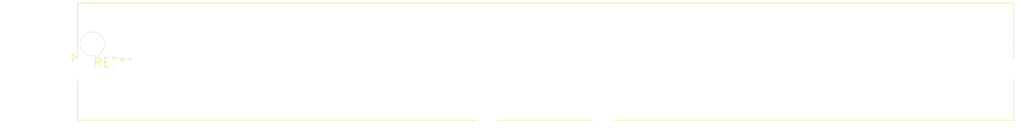
<source format=kicad_pcb>
(kicad_pcb (version 20240108) (generator pcbnew)
  (layers (0 "F.Cu" signal) (31 "B.Cu" signal) (34 "B.Paste" user) (35 "F.Paste" user) (36 "B.SilkS" user "B.Silkscreen") (37 "F.SilkS" user "F.Silkscreen") (38 "B.Mask" user) (39 "F.Mask" user) (44 "Edge.Cuts" user))
  (net 0 "")
  (footprint "RJ45_Amphenol_RJHSE5380-08" (layer "F.Cu") (at 0 0)
    (property "Reference" "REF**")
    (property "Value" "RJ45_Amphenol_RJHSE5380-08")
    (fp_line (start -5.5 -1.2) (end -5 -0.7) (layer "F.SilkS") (stroke (width 0.12)))
    (fp_line (start -5.5 -0.2) (end -5.5 -1.2) (layer "F.SilkS") (stroke (width 0.12)))
    (fp_line (start -5 -0.7) (end -5.5 -0.2) (layer "F.SilkS") (stroke (width 0.12)))
    (fp_line (start -4.809 -8.111) (end -4.809 -0.5) (layer "F.SilkS") (stroke (width 0.12)))
    (fp_line (start -4.809 7.857) (end 49.4 7.857) (layer "F.SilkS") (stroke (width 0.12)))
    (fp_line (start -4.809 7.86) (end -4.809 2.3) (layer "F.SilkS") (stroke (width 0.12)))
    (fp_line (start -4.805 -8.111) (end 122.157 -8.111) (layer "F.SilkS") (stroke (width 0.12)))
    (fp_line (start 52.2 7.857) (end 65.15 7.857) (layer "F.SilkS") (stroke (width 0.12)))
    (fp_line (start 67.95 7.857) (end 122.157 7.857) (layer "F.SilkS") (stroke (width 0.12)))
    (fp_line (start 122.157 -8.111) (end 122.157 -0.5) (layer "F.SilkS") (stroke (width 0.12)))
    (fp_line (start 122.157 7.857) (end 122.157 2.3) (layer "F.SilkS") (stroke (width 0.12)))
    (pad "" np_thru_hole circle (at -2.794 -2.54) (size 3.2512 3.2512) (drill 3.250001) (layers *.Cu *.Mask))
    (pad "" np_thru_hole circle (at 58.674 -2.54) (size 3.2512 3.2512) (drill 3.2512) (layers *.Cu *.Mask))
    (pad "" np_thru_hole circle (at 120.142 -2.54) (size 3.2512 3.2512) (drill 3.2512) (layers *.Cu *.Mask))
    (pad "1" thru_hole rect (at 0 0) (size 1.4986 1.4986) (drill 0.889) (layers *.Cu *.Mask) (remove_unused_layers))
    (pad "2" thru_hole circle (at 1.016 1.778) (size 1.4986 1.4986) (drill 0.889) (layers *.Cu *.Mask) (remove_unused_layers))
    (pad "3" thru_hole circle (at 2.032 0) (size 1.4986 1.4986) (drill 0.889) (layers *.Cu *.Mask) (remove_unused_layers))
    (pad "4" thru_hole circle (at 3.048 1.778) (size 1.4986 1.4986) (drill 0.889) (layers *.Cu *.Mask) (remove_unused_layers))
    (pad "5" thru_hole circle (at 4.064 0) (size 1.4986 1.4986) (drill 0.889) (layers *.Cu *.Mask) (remove_unused_layers))
    (pad "6" thru_hole circle (at 5.08 1.778) (size 1.4986 1.4986) (drill 0.889) (layers *.Cu *.Mask) (remove_unused_layers))
    (pad "7" thru_hole circle (at 6.096 0) (size 1.4986 1.4986) (drill 0.889) (layers *.Cu *.Mask) (remove_unused_layers))
    (pad "8" thru_hole circle (at 7.112 1.778) (size 1.4986 1.4986) (drill 0.889) (layers *.Cu *.Mask) (remove_unused_layers))
    (pad "9" thru_hole circle (at 15.748 0) (size 1.4986 1.4986) (drill 0.889) (layers *.Cu *.Mask) (remove_unused_layers))
    (pad "10" thru_hole circle (at 16.764 1.778) (size 1.4986 1.4986) (drill 0.889) (layers *.Cu *.Mask) (remove_unused_layers))
    (pad "11" thru_hole circle (at 17.78 0) (size 1.4986 1.4986) (drill 0.889) (layers *.Cu *.Mask) (remove_unused_layers))
    (pad "12" thru_hole circle (at 18.796 1.778) (size 1.4986 1.4986) (drill 0.889) (layers *.Cu *.Mask) (remove_unused_layers))
    (pad "13" thru_hole circle (at 19.812 0) (size 1.4986 1.4986) (drill 0.889) (layers *.Cu *.Mask) (remove_unused_layers))
    (pad "14" thru_hole circle (at 20.828 1.778) (size 1.4986 1.4986) (drill 0.889) (layers *.Cu *.Mask) (remove_unused_layers))
    (pad "15" thru_hole circle (at 21.844 0) (size 1.4986 1.4986) (drill 0.889) (layers *.Cu *.Mask) (remove_unused_layers))
    (pad "16" thru_hole circle (at 22.86 1.778) (size 1.4986 1.4986) (drill 0.889) (layers *.Cu *.Mask) (remove_unused_layers))
    (pad "17" thru_hole circle (at 31.496 0) (size 1.4986 1.4986) (drill 0.889) (layers *.Cu *.Mask) (remove_unused_layers))
    (pad "18" thru_hole circle (at 32.512 1.778) (size 1.4986 1.4986) (drill 0.889) (layers *.Cu *.Mask) (remove_unused_layers))
    (pad "19" thru_hole circle (at 33.528 0) (size 1.4986 1.4986) (drill 0.889) (layers *.Cu *.Mask) (remove_unused_layers))
    (pad "20" thru_hole circle (at 34.544 1.778) (size 1.4986 1.4986) (drill 0.889) (layers *.Cu *.Mask) (remove_unused_layers))
    (pad "21" thru_hole circle (at 35.56 0) (size 1.4986 1.4986) (drill 0.889) (layers *.Cu *.Mask) (remove_unused_layers))
    (pad "22" thru_hole circle (at 36.576 1.778) (size 1.4986 1.4986) (drill 0.889) (layers *.Cu *.Mask) (remove_unused_layers))
    (pad "23" thru_hole circle (at 37.592 0) (size 1.4986 1.4986) (drill 0.889) (layers *.Cu *.Mask) (remove_unused_layers))
    (pad "24" thru_hole circle (at 38.608 1.778) (size 1.4986 1.4986) (drill 0.889) (layers *.Cu *.Mask) (remove_unused_layers))
    (pad "25" thru_hole circle (at 47.244 0) (size 1.4986 1.4986) (drill 0.889) (layers *.Cu *.Mask) (remove_unused_layers))
    (pad "26" thru_hole circle (at 48.26 1.778) (size 1.4986 1.4986) (drill 0.889) (layers *.Cu *.Mask) (remove_unused_layers))
    (pad "27" thru_hole circle (at 49.276 0) (size 1.4986 1.4986) (drill 0.889) (layers *.Cu *.Mask) (remove_unused_layers))
    (pad "28" thru_hole circle (at 50.292 1.778) (size 1.4986 1.4986) (drill 0.889) (layers *.Cu *.Mask) (remove_unused_layers))
    (pad "29" thru_hole circle (at 51.308 0) (size 1.4986 1.4986) (drill 0.889) (layers *.Cu *.Mask) (remove_unused_layers))
    (pad "30" thru_hole circle (at 52.324 1.778) (size 1.4986 1.4986) (drill 0.889) (layers *.Cu *.Mask) (remove_unused_layers))
    (pad "31" thru_hole circle (at 53.34 0) (size 1.4986 1.4986) (drill 0.889) (layers *.Cu *.Mask) (remove_unused_layers))
    (pad "32" thru_hole circle (at 54.356 1.778) (size 1.4986 1.4986) (drill 0.889) (layers *.Cu *.Mask) (remove_unused_layers))
    (pad "33" thru_hole circle (at 62.992 0) (size 1.4986 1.4986) (drill 0.889) (layers *.Cu *.Mask) (remove_unused_layers))
    (pad "34" thru_hole circle (at 64.008 1.778) (size 1.4986 1.4986) (drill 0.889) (layers *.Cu *.Mask) (remove_unused_layers))
    (pad "35" thru_hole circle (at 65.024 0) (size 1.4986 1.4986) (drill 0.889) (layers *.Cu *.Mask) (remove_unused_layers))
    (pad "36" thru_hole circle (at 66.04 1.778) (size 1.4986 1.4986) (drill 0.889) (layers *.Cu *.Mask) (remove_unused_layers))
    (pad "37" thru_hole circle (at 67.056 0) (size 1.4986 1.4986) (drill 0.889) (layers *.Cu *.Mask) (remove_unused_layers))
    (pad "38" thru_hole circle (at 68.072 1.778) (size 1.4986 1.4986) (drill 0.889) (layers *.Cu *.Mask) (remove_unused_layers))
    (pad "39" thru_hole circle (at 69.088 0) (size 1.4986 1.4986) (drill 0.889) (layers *.Cu *.Mask) (remove_unused_layers))
    (pad "40" thru_hole circle (at 70.104 1.778) (size 1.4986 1.4986) (drill 0.889) (layers *.Cu *.Mask) (remove_unused_layers))
    (pad "41" thru_hole circle (at 78.74 0) (size 1.4986 1.4986) (drill 0.889) (layers *.Cu *.Mask) (remove_unused_layers))
    (pad "42" thru_hole circle (at 79.756 1.778) (size 1.4986 1.4986) (drill 0.889) (layers *.Cu *.Mask) (remove_unused_layers))
    (pad "43" thru_hole circle (at 80.772 0) (size 1.4986 1.4986) (drill 0.889) (layers *.Cu *.Mask) (remove_unused_layers))
    (pad "44" thru_hole circle (at 81.788 1.778) (size 1.4986 1.4986) (drill 0.889) (layers *.Cu *.Mask) (remove_unused_layers))
    (pad "45" thru_hole circle (at 82.804 0) (size 1.4986 1.4986) (drill 0.889) (layers *.Cu *.Mask) (remove_unused_layers))
    (pad "46" thru_hole circle (at 83.82 1.778) (size 1.4986 1.4986) (drill 0.889) (layers *.Cu *.Mask) (remove_unused_layers))
    (pad "47" thru_hole circle (at 84.836 0) (size 1.4986 1.4986) (drill 0.889) (layers *.Cu *.Mask) (remove_unused_layers))
    (pad "48" thru_hole circle (at 85.852 1.778) (size 1.4986 1.4986) (drill 0.889) (layers *.Cu *.Mask) (remove_unused_layers))
    (pad "49" thru_hole circle (at 94.488 0) (size 1.4986 1.4986) (drill 0.889) (layers *.Cu *.Mask) (remove_unused_layers))
    (pad "50" thru_hole circle (at 95.504 1.778) (size 1.4986 1.4986) (drill 0.889) (layers *.Cu *.Mask) (remove_unused_layers))
    (pad "51" thru_hole circle (at 96.52 0) (size 1.4986 1.4986) (drill 0.889) (layers *.Cu *.Mask) (remove_unused_layers))
    (pad "52" thru_hole circle (at 97.536 1.778) (size 1.4986 1.4986) (drill 0.889) (layers *.Cu *.Mask) (remove_unused_layers))
    (pad "53" thru_hole circle (at 98.552 0) (size 1.4986 1.4986) (drill 0.889) (layers *.Cu *.Mask) (remove_unused_layers))
    (pad "54" thru_hole circle (at 99.568 1.778) (size 1.4986 1.4986) (drill 0.889) (layers *.Cu *.Mask) (remove_unused_layers))
    (pad "55" thru_hole circle (at 100.584 0) (size 1.4986 1.4986) (drill 0.889) (layers *.Cu *.Mask) (remove_unused_layers))
    (pad "56" thru_hole circle (at 101.6 1.778) (size 1.4986 1.4986) (drill 0.889) (layers *.Cu *.Mask) (remove_unused_layers))
    (pad "57" thru_hole circle (at 110.236 0) (size 1.4986 1.4986) (drill 0.889) (layers *.Cu *.Mask) (remove_unused_layers))
    (pad "58" thru_hole circle (at 111.252 1.778) (size 1.4986 1.4986) (drill 0.889) (layers *.Cu *.Mask) (remove_unused_layers))
    (pad "59" thru_hole circle (at 112.268 0) (size 1.4986 1.4986) (drill 0.889) (layers *.Cu *.Mask) (remove_unused_layers))
    (pad "60" thru_hole circle (at 113.284 1.778) (size 1.4986 1.4986) (drill 0.889) (layers *.Cu *.Mask) (remove_unused_layers))
    (pad "61" thru_hole circle (at 114.3 0) (size 1.4986 1.4986) (drill 0.889) (layers *.Cu *.Mask) (remove_unused_layers))
    (pad "62" thru_hole circle (at 115.316 1.778) (size 1.4986 1.4986) (drill 0.89) (layers *.Cu *.Mask) (remove_unused_layers))
    (pad "63" thru_hole circle (at 116.332 0) (size 1.4986 1.4986) (drill 0.889) (layers *.Cu *.Mask) (remove_unused_layers))
    (pad "64" thru_hole circle (at 117.348 1.778) (size 1.4986 1.4986) (drill 0.889) (layers *.Cu *.Mask) (remove_unused_layers))
    (pad "SH" thru_hole circle (at -4.572 0.889) (size 2.286 2.286) (drill 1.5748) (layers *.Cu *.Mask) (remove_unused_layers))
    (pad "SH" thru_hole circle (at 50.8 7.62) (size 2.286 2.286) (drill 1.5748) (layers *.Cu *.Mask) (remove_unused_layers))
    (pad "SH" thru_hole circle (at 66.548 7.62) (size 2.286 2.286) (drill 1.5748) (layers *.Cu *.Mask) (remove_unused_layers))
    (pad "SH" thru_hole circle (at 121.92 0.889) (size 2.286 2.286) (drill 1.5748) (layers *.Cu *.Mask) (remove_unused_layers))
  )
)
</source>
